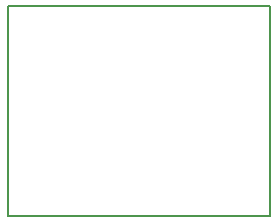
<source format=gbr>
%TF.GenerationSoftware,KiCad,Pcbnew,0.201604071231+6672~43~ubuntu15.10.1-product*%
%TF.CreationDate,2016-04-11T15:25:12+02:00*%
%TF.ProjectId,connector,636F6E6E6563746F722E6B696361645F,rev?*%
%TF.FileFunction,Profile,NP*%
%FSLAX46Y46*%
G04 Gerber Fmt 4.6, Leading zero omitted, Abs format (unit mm)*
G04 Created by KiCad (PCBNEW 0.201604071231+6672~43~ubuntu15.10.1-product) date pon, 11 kwi 2016, 15:25:12*
%MOMM*%
G01*
G04 APERTURE LIST*
%ADD10C,0.100000*%
%ADD11C,0.150000*%
G04 APERTURE END LIST*
D10*
D11*
X165100000Y-121920000D02*
X165100000Y-104140000D01*
X187325000Y-121920000D02*
X165100000Y-121920000D01*
X187325000Y-104140000D02*
X187325000Y-121920000D01*
X165100000Y-104140000D02*
X187325000Y-104140000D01*
M02*

</source>
